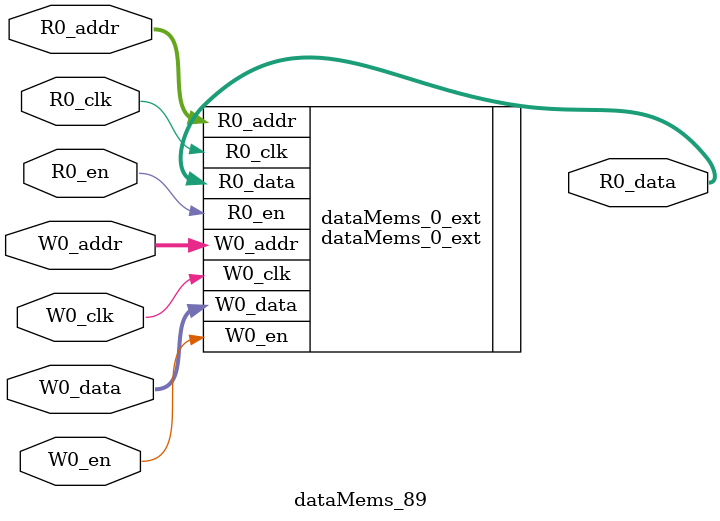
<source format=sv>
`ifndef RANDOMIZE
  `ifdef RANDOMIZE_REG_INIT
    `define RANDOMIZE
  `endif // RANDOMIZE_REG_INIT
`endif // not def RANDOMIZE
`ifndef RANDOMIZE
  `ifdef RANDOMIZE_MEM_INIT
    `define RANDOMIZE
  `endif // RANDOMIZE_MEM_INIT
`endif // not def RANDOMIZE

`ifndef RANDOM
  `define RANDOM $random
`endif // not def RANDOM

// Users can define 'PRINTF_COND' to add an extra gate to prints.
`ifndef PRINTF_COND_
  `ifdef PRINTF_COND
    `define PRINTF_COND_ (`PRINTF_COND)
  `else  // PRINTF_COND
    `define PRINTF_COND_ 1
  `endif // PRINTF_COND
`endif // not def PRINTF_COND_

// Users can define 'ASSERT_VERBOSE_COND' to add an extra gate to assert error printing.
`ifndef ASSERT_VERBOSE_COND_
  `ifdef ASSERT_VERBOSE_COND
    `define ASSERT_VERBOSE_COND_ (`ASSERT_VERBOSE_COND)
  `else  // ASSERT_VERBOSE_COND
    `define ASSERT_VERBOSE_COND_ 1
  `endif // ASSERT_VERBOSE_COND
`endif // not def ASSERT_VERBOSE_COND_

// Users can define 'STOP_COND' to add an extra gate to stop conditions.
`ifndef STOP_COND_
  `ifdef STOP_COND
    `define STOP_COND_ (`STOP_COND)
  `else  // STOP_COND
    `define STOP_COND_ 1
  `endif // STOP_COND
`endif // not def STOP_COND_

// Users can define INIT_RANDOM as general code that gets injected into the
// initializer block for modules with registers.
`ifndef INIT_RANDOM
  `define INIT_RANDOM
`endif // not def INIT_RANDOM

// If using random initialization, you can also define RANDOMIZE_DELAY to
// customize the delay used, otherwise 0.002 is used.
`ifndef RANDOMIZE_DELAY
  `define RANDOMIZE_DELAY 0.002
`endif // not def RANDOMIZE_DELAY

// Define INIT_RANDOM_PROLOG_ for use in our modules below.
`ifndef INIT_RANDOM_PROLOG_
  `ifdef RANDOMIZE
    `ifdef VERILATOR
      `define INIT_RANDOM_PROLOG_ `INIT_RANDOM
    `else  // VERILATOR
      `define INIT_RANDOM_PROLOG_ `INIT_RANDOM #`RANDOMIZE_DELAY begin end
    `endif // VERILATOR
  `else  // RANDOMIZE
    `define INIT_RANDOM_PROLOG_
  `endif // RANDOMIZE
`endif // not def INIT_RANDOM_PROLOG_

// Include register initializers in init blocks unless synthesis is set
`ifndef SYNTHESIS
  `ifndef ENABLE_INITIAL_REG_
    `define ENABLE_INITIAL_REG_
  `endif // not def ENABLE_INITIAL_REG_
`endif // not def SYNTHESIS

// Include rmemory initializers in init blocks unless synthesis is set
`ifndef SYNTHESIS
  `ifndef ENABLE_INITIAL_MEM_
    `define ENABLE_INITIAL_MEM_
  `endif // not def ENABLE_INITIAL_MEM_
`endif // not def SYNTHESIS

module dataMems_89(	// @[generators/ara/src/main/scala/UnsafeAXI4ToTL.scala:365:62]
  input  [4:0]   R0_addr,
  input          R0_en,
  input          R0_clk,
  output [130:0] R0_data,
  input  [4:0]   W0_addr,
  input          W0_en,
  input          W0_clk,
  input  [130:0] W0_data
);

  dataMems_0_ext dataMems_0_ext (	// @[generators/ara/src/main/scala/UnsafeAXI4ToTL.scala:365:62]
    .R0_addr (R0_addr),
    .R0_en   (R0_en),
    .R0_clk  (R0_clk),
    .R0_data (R0_data),
    .W0_addr (W0_addr),
    .W0_en   (W0_en),
    .W0_clk  (W0_clk),
    .W0_data (W0_data)
  );
endmodule


</source>
